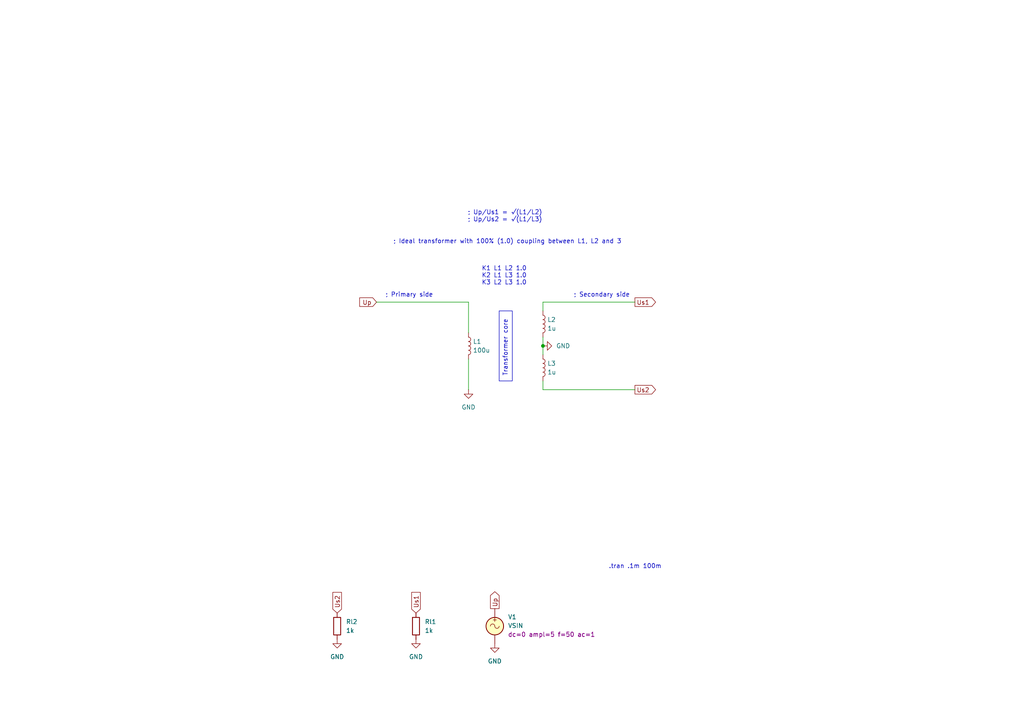
<source format=kicad_sch>
(kicad_sch (version 20231120) (generator "eeschema") (generator_version "8.0")
  (paper "A4")
  (title_block (title "Transformer 1P 2S") (date "2024-05-27") (rev "2") (company "GitHub/OJStuff"))
  (lib_symbols
    (symbol "Device:L" (pin_numbers hide) (pin_names (offset 1.016) hide)
      (property "Reference" "L" (at -1.27 0 90))
      (property "Value" "L" (at 1.905 0 90))
      (symbol "L_0_1"
        (arc (start 0 -2.54) (mid 0.6323 -1.905) (end 0 -1.27))
        (arc (start 0 -1.27) (mid 0.6323 -0.635) (end 0 0))
        (arc (start 0 0) (mid 0.6323 0.635) (end 0 1.27))
        (arc (start 0 1.27) (mid 0.6323 1.905) (end 0 2.54))
      )
      (symbol "L_1_1"
        (pin passive line (at 0 3.81 270) (length 1.27) (name "1") (number "1"))
        (pin passive line (at 0 -3.81 90) (length 1.27) (name "2") (number "2"))
      )
    )
    (symbol "Device:R" (pin_numbers hide) (pin_names (offset 0))
      (property "Reference" "R" (at 2.032 0 90))
      (property "Value" "R" (at 0 0 90))
      (symbol "R_0_1"
        (rectangle (start -1.016 -2.54) (end 1.016 2.54) (stroke (width 0.254)))
      )
      (symbol "R_1_1"
        (pin passive line (at 0 3.81 270) (length 1.27) (name "~") (number "1"))
        (pin passive line (at 0 -3.81 90) (length 1.27) (name "~") (number "2"))
      )
    )
    (symbol "GND_1" (power) (pin_numbers hide) (pin_names (offset 0) hide)
      (property "Value" "GND" (at 0 -3.81 0))
      (symbol "GND_1_0_1"
        (polyline (pts (xy 0 0) (xy 0 -1.27) (xy 1.27 -1.27) (xy 0 -2.54) (xy -1.27 -1.27) (xy 0 -1.27)))
      )
      (symbol "GND_1_1_1"
        (pin power_in line (at 0 0 270) (length 0) (name "~") (number "1"))
      )
    )
    (symbol "GND_2" (power) (pin_numbers hide) (pin_names (offset 0) hide)
      (property "Value" "GND" (at 0 -3.81 0))
      (symbol "GND_2_0_1"
        (polyline (pts (xy 0 0) (xy 0 -1.27) (xy 1.27 -1.27) (xy 0 -2.54) (xy -1.27 -1.27) (xy 0 -1.27)))
      )
      (symbol "GND_2_1_1"
        (pin power_in line (at 0 0 270) (length 0) (name "~") (number "1"))
      )
    )
    (symbol "Simulation_SPICE:VSIN" (pin_numbers hide) (pin_names (offset 0.0254))
      (property "Reference" "V" (at 2.54 2.54 0))
      (property "Value" "VSIN" (at 2.54 0 0))
      (property "Sim.Params" "dc=0 ampl=1 f=1k ac=1" (at 2.54 -2.54 0))
      (symbol "VSIN_0_0"
        (arc (start 0 0) (mid -0.635 0.6323) (end -1.27 0))
        (arc (start 0 0) (mid 0.635 -0.6323) (end 1.27 0))
        (text "+" (at 0 1.905 0) (effects (font (size 1.27 1.27))))
      )
      (symbol "VSIN_0_1"
        (circle (center 0 0) (radius 2.54) (stroke (width 0.254)) (fill (type background)))
      )
      (symbol "VSIN_1_1"
        (pin passive line (at 0 5.08 270) (length 2.54) (name "~") (number "1"))
        (pin passive line (at 0 -5.08 90) (length 2.54) (name "~") (number "2"))
      )
    )
    (symbol "power:GND" (power) (pin_numbers hide) (pin_names (offset 0) hide)
      (property "Value" "GND" (at 0 -3.81 0))
      (symbol "GND_0_1"
        (polyline (pts (xy 0 0) (xy 0 -1.27) (xy 1.27 -1.27) (xy 0 -2.54) (xy -1.27 -1.27) (xy 0 -1.27)))
      )
      (symbol "GND_1_1"
        (pin power_in line (at 0 0 270) (length 0) (name "~") (number "1"))
      )
    )
  )
  (junction (at 157.48 100.33))
  (wire (pts (xy 157.48 113.03) (xy 184.15 113.03)))
  (wire (pts (xy 157.48 90.17) (xy 157.48 87.63)))
  (wire (pts (xy 135.89 87.63) (xy 135.89 96.52)))
  (wire (pts (xy 157.48 110.49) (xy 157.48 113.03)))
  (wire (pts (xy 157.48 97.79) (xy 157.48 100.33)))
  (wire (pts (xy 157.48 100.33) (xy 157.48 102.87)))
  (wire (pts (xy 157.48 87.63) (xy 184.15 87.63)))
  (wire (pts (xy 135.89 104.14) (xy 135.89 113.03)))
  (wire (pts (xy 109.22 87.63) (xy 135.89 87.63)))
  (rectangle (start 144.78 90.17) (end 148.59 110.49))
  (text "; Up/Us1 = √(L1/L2)\n; Up/Us2 = √(L1/L3)" (at 135.636 64.516 0) (effects (font (size 1.27 1.27)) (justify left bottom)))
  (text "; Primary side" (at 111.76 86.36 0) (effects (font (size 1.27 1.27)) (justify left bottom)))
  (text "; Secondary side" (at 166.37 86.36 0) (effects (font (size 1.27 1.27)) (justify left bottom)))
  (text "K1 L1 L2 1.0\nK2 L1 L3 1.0\nK3 L2 L3 1.0" (at 139.7 82.804 0) (effects (font (size 1.27 1.27)) (justify left bottom)))
  (text ".tran .1m 100m" (at 176.53 165.1 0) (effects (font (size 1.27 1.27)) (justify left bottom)))
  (text "Transformer core" (at 147.32 109.22 90) (effects (font (size 1.27 1.27)) (justify left bottom)))
  (text "; Ideal transformer with 100% (1.0) coupling between L1, L2 and 3" (at 114.046 70.866 0) (effects (font (size 1.27 1.27)) (justify left bottom)))
  (global_label "Up" (shape output) (at 143.51 176.53 90) (property "Intersheetrefs" "${INTERSHEET_REFS}" (effects (hide yes))))
  (global_label "Us2" (shape input) (at 97.79 177.8 90) (property "Intersheetrefs" "${INTERSHEET_REFS}" (effects (hide yes))))
  (global_label "Us2" (shape output) (at 184.15 113.03 0) (property "Intersheetrefs" "${INTERSHEET_REFS}" (effects (hide yes))))
  (global_label "Up" (shape input) (at 109.22 87.63 180) (property "Intersheetrefs" "${INTERSHEET_REFS}" (effects (hide yes))))
  (global_label "Us1" (shape input) (at 120.65 177.8 90) (property "Intersheetrefs" "${INTERSHEET_REFS}" (effects (hide yes))))
  (global_label "Us1" (shape output) (at 184.15 87.63 0) (property "Intersheetrefs" "${INTERSHEET_REFS}" (effects (hide yes))))
  (symbol (lib_id "Simulation_SPICE:VSIN") (at 143.51 181.61 0) (unit 1)
    (property "Reference" "V1" (at 147.32 178.9401 0) (effects (justify left)))
    (property "Value" "VSIN" (at 147.32 181.4801 0) (effects (justify left)))
    (property "Datasheet" "https://ngspice.sourceforge.io/docs/ngspice-html-manual/manual.xhtml#sec_Independent_Sources_for" (effects (hide yes)))
    (property "Description" "Voltage source, sinusoidal" (effects (hide yes)))
    (property "Sim.Pins" "1=+ 2=-" (effects (hide yes)))
    (property "Sim.Params" "dc=0 ampl=5 f=50 ac=1" (at 147.32 184.0201 0) (effects (justify left)))
    (property "Sim.Type" "SIN" (effects (hide yes)))
    (property "Sim.Device" "V" (effects (hide yes)))
  )
  (symbol (lib_id "Device:R") (at 97.79 181.61 0) (unit 1)
    (property "Reference" "Rl2" (at 100.33 180.34 0) (effects (justify left)))
    (property "Value" "1k" (at 100.33 182.88 0) (effects (justify left)))
  )
  (symbol (lib_id "Device:L") (at 157.48 93.98 0) (unit 1)
    (property "Reference" "L2" (at 158.75 92.7099 0) (effects (justify left)))
    (property "Value" "1u" (at 158.75 95.2499 0) (effects (justify left)))
    (property "Description" "Inductor" (effects (hide yes)))
  )
  (symbol (lib_name "GND_2") (lib_id "power:GND") (at 97.79 185.42 0) (unit 1)
    (property "Reference" "#PWR04" (effects (hide yes)))
    (property "Value" "GND" (at 97.79 190.5 0))
    (property "Description" "Power symbol creates a global label with name \"GND\" , ground" (effects (hide yes)))
  )
  (symbol (lib_name "GND_1") (lib_id "power:GND") (at 135.89 113.03 0) (unit 1)
    (property "Reference" "#PWR01" (effects (hide yes)))
    (property "Value" "GND" (at 135.89 118.11 0))
    (property "Description" "Power symbol creates a global label with name \"GND\" , ground" (effects (hide yes)))
  )
  (symbol (lib_id "power:GND") (at 143.51 186.69 0) (unit 1)
    (property "Reference" "#PWR03" (effects (hide yes)))
    (property "Value" "GND" (at 143.51 191.77 0))
    (property "Description" "Power symbol creates a global label with name \"GND\" , ground" (effects (hide yes)))
  )
  (symbol (lib_name "GND_2") (lib_id "power:GND") (at 120.65 185.42 0) (unit 1)
    (property "Reference" "#PWR05" (effects (hide yes)))
    (property "Value" "GND" (at 120.65 190.5 0))
    (property "Description" "Power symbol creates a global label with name \"GND\" , ground" (effects (hide yes)))
  )
  (symbol (lib_id "Device:R") (at 120.65 181.61 0) (unit 1)
    (property "Reference" "Rl1" (at 123.19 180.34 0) (effects (justify left)))
    (property "Value" "1k" (at 123.19 182.88 0) (effects (justify left)))
  )
  (symbol (lib_id "Device:L") (at 157.48 106.68 0) (unit 1)
    (property "Reference" "L3" (at 158.75 105.4099 0) (effects (justify left)))
    (property "Value" "1u" (at 158.75 107.9499 0) (effects (justify left)))
    (property "Description" "Inductor" (effects (hide yes)))
  )
  (symbol (lib_id "Device:L") (at 135.89 100.33 0) (unit 1)
    (property "Reference" "L1" (at 137.16 99.0599 0) (effects (justify left)))
    (property "Value" "100u" (at 137.16 101.5999 0) (effects (justify left)))
    (property "Description" "Inductor" (effects (hide yes)))
  )
  (symbol (lib_name "GND_1") (lib_id "power:GND") (at 157.48 100.33 90) (unit 1)
    (property "Reference" "#PWR02" (effects (hide yes)))
    (property "Value" "GND" (at 161.29 100.3299 90) (effects (justify right)))
    (property "Description" "Power symbol creates a global label with name \"GND\" , ground" (effects (hide yes)))
  )
)
</source>
